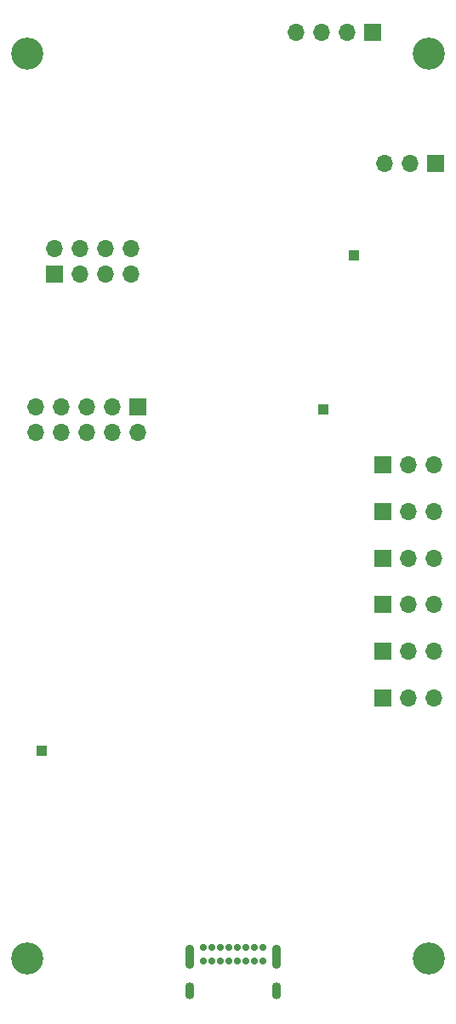
<source format=gbs>
%TF.GenerationSoftware,KiCad,Pcbnew,8.0.8-2.fc41*%
%TF.CreationDate,2025-02-22T17:19:49+01:00*%
%TF.ProjectId,Computy,436f6d70-7574-4792-9e6b-696361645f70,rev?*%
%TF.SameCoordinates,Original*%
%TF.FileFunction,Soldermask,Bot*%
%TF.FilePolarity,Negative*%
%FSLAX46Y46*%
G04 Gerber Fmt 4.6, Leading zero omitted, Abs format (unit mm)*
G04 Created by KiCad (PCBNEW 8.0.8-2.fc41) date 2025-02-22 17:19:49*
%MOMM*%
%LPD*%
G01*
G04 APERTURE LIST*
%ADD10C,0.700000*%
%ADD11O,0.900000X2.400000*%
%ADD12O,0.900000X1.700000*%
%ADD13R,1.700000X1.700000*%
%ADD14O,1.700000X1.700000*%
%ADD15R,1.000000X1.000000*%
%ADD16C,3.200000*%
G04 APERTURE END LIST*
D10*
%TO.C,J1*%
X107537500Y-134000000D03*
X108387500Y-134000000D03*
X109237500Y-134000000D03*
X110087500Y-134000000D03*
X110937500Y-134000000D03*
X111787500Y-134000000D03*
X112637500Y-134000000D03*
X113487500Y-134000000D03*
X113487500Y-135350000D03*
X112637500Y-135350000D03*
X111787500Y-135350000D03*
X110937500Y-135350000D03*
X110087500Y-135350000D03*
X109237500Y-135350000D03*
X108387500Y-135350000D03*
X107537500Y-135350000D03*
D11*
X106187500Y-134980000D03*
D12*
X106187500Y-138360000D03*
D11*
X114837500Y-134980000D03*
D12*
X114837500Y-138360000D03*
%TD*%
D13*
%TO.C,M4*%
X125420000Y-95287500D03*
D14*
X127960000Y-95287500D03*
X130500000Y-95287500D03*
%TD*%
D15*
%TO.C,TP3*%
X91500000Y-114500000D03*
%TD*%
%TO.C,TP2*%
X119500000Y-80500000D03*
%TD*%
D16*
%TO.C,H2*%
X130000000Y-135137500D03*
%TD*%
%TO.C,H3*%
X90000000Y-45137500D03*
%TD*%
D13*
%TO.C,M6*%
X125420000Y-85987500D03*
D14*
X127960000Y-85987500D03*
X130500000Y-85987500D03*
%TD*%
D13*
%TO.C,M1*%
X125420000Y-109237500D03*
D14*
X127960000Y-109237500D03*
X130500000Y-109237500D03*
%TD*%
D16*
%TO.C,H1*%
X130000000Y-45137500D03*
%TD*%
D13*
%TO.C,M3*%
X125420000Y-99937500D03*
D14*
X127960000Y-99937500D03*
X130500000Y-99937500D03*
%TD*%
D13*
%TO.C,J4*%
X124437500Y-43025000D03*
D14*
X121897500Y-43025000D03*
X119357500Y-43025000D03*
X116817500Y-43025000D03*
%TD*%
D13*
%TO.C,M2*%
X125420000Y-104587500D03*
D14*
X127960000Y-104587500D03*
X130500000Y-104587500D03*
%TD*%
D15*
%TO.C,TP1*%
X122500000Y-65200000D03*
%TD*%
D13*
%TO.C,J3*%
X130662500Y-56025000D03*
D14*
X128122500Y-56025000D03*
X125582500Y-56025000D03*
%TD*%
D13*
%TO.C,M5*%
X125420000Y-90637500D03*
D14*
X127960000Y-90637500D03*
X130500000Y-90637500D03*
%TD*%
D16*
%TO.C,H4*%
X90000000Y-135137500D03*
%TD*%
D14*
%TO.C,J2*%
X90915000Y-82765000D03*
X90915000Y-80225000D03*
X93455000Y-82765000D03*
X93455000Y-80225000D03*
X95995000Y-82765000D03*
X95995000Y-80225000D03*
X98535000Y-82765000D03*
X98535000Y-80225000D03*
X101075000Y-82765000D03*
D13*
X101075000Y-80225000D03*
%TD*%
%TO.C,J5*%
X92700000Y-67040000D03*
D14*
X92700000Y-64500000D03*
X95240000Y-67040000D03*
X95240000Y-64500000D03*
X97780000Y-67040000D03*
X97780000Y-64500000D03*
X100320000Y-67040000D03*
X100320000Y-64500000D03*
%TD*%
M02*

</source>
